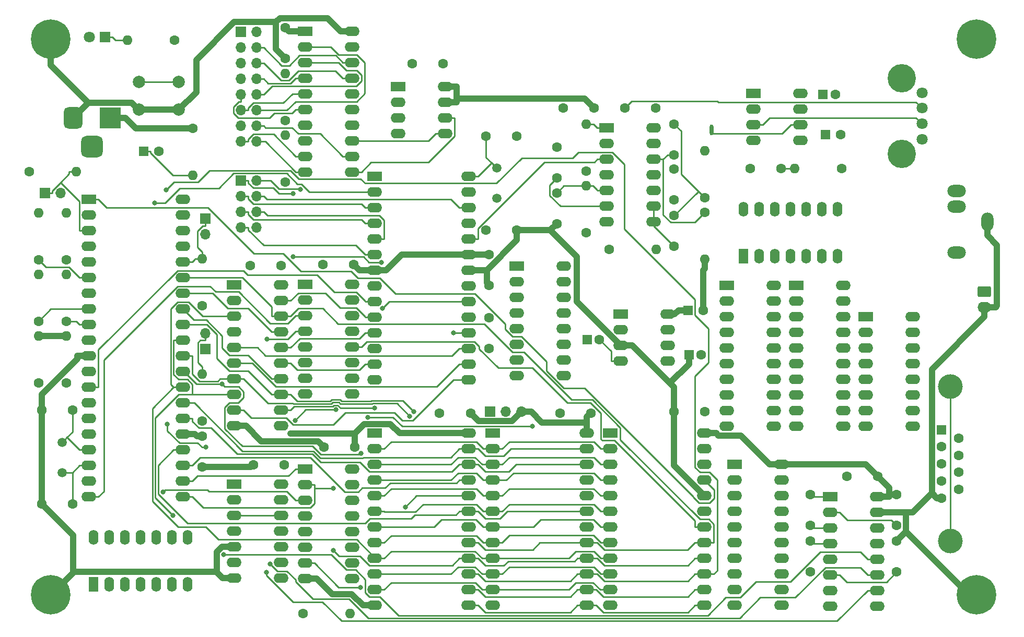
<source format=gtl>
G04 #@! TF.GenerationSoftware,KiCad,Pcbnew,(6.0.11)*
G04 #@! TF.CreationDate,2024-04-02T11:50:41-04:00*
G04 #@! TF.ProjectId,DAISY256,44414953-5932-4353-962e-6b696361645f,rev?*
G04 #@! TF.SameCoordinates,Original*
G04 #@! TF.FileFunction,Copper,L1,Top*
G04 #@! TF.FilePolarity,Positive*
%FSLAX46Y46*%
G04 Gerber Fmt 4.6, Leading zero omitted, Abs format (unit mm)*
G04 Created by KiCad (PCBNEW (6.0.11)) date 2024-04-02 11:50:41*
%MOMM*%
%LPD*%
G01*
G04 APERTURE LIST*
G04 Aperture macros list*
%AMRoundRect*
0 Rectangle with rounded corners*
0 $1 Rounding radius*
0 $2 $3 $4 $5 $6 $7 $8 $9 X,Y pos of 4 corners*
0 Add a 4 corners polygon primitive as box body*
4,1,4,$2,$3,$4,$5,$6,$7,$8,$9,$2,$3,0*
0 Add four circle primitives for the rounded corners*
1,1,$1+$1,$2,$3*
1,1,$1+$1,$4,$5*
1,1,$1+$1,$6,$7*
1,1,$1+$1,$8,$9*
0 Add four rect primitives between the rounded corners*
20,1,$1+$1,$2,$3,$4,$5,0*
20,1,$1+$1,$4,$5,$6,$7,0*
20,1,$1+$1,$6,$7,$8,$9,0*
20,1,$1+$1,$8,$9,$2,$3,0*%
G04 Aperture macros list end*
G04 #@! TA.AperFunction,ComponentPad*
%ADD10C,1.500000*%
G04 #@! TD*
G04 #@! TA.AperFunction,ComponentPad*
%ADD11R,2.400000X1.600000*%
G04 #@! TD*
G04 #@! TA.AperFunction,ComponentPad*
%ADD12O,2.400000X1.600000*%
G04 #@! TD*
G04 #@! TA.AperFunction,ComponentPad*
%ADD13C,1.600000*%
G04 #@! TD*
G04 #@! TA.AperFunction,ComponentPad*
%ADD14O,1.600000X1.600000*%
G04 #@! TD*
G04 #@! TA.AperFunction,ComponentPad*
%ADD15C,1.800000*%
G04 #@! TD*
G04 #@! TA.AperFunction,ComponentPad*
%ADD16C,4.600000*%
G04 #@! TD*
G04 #@! TA.AperFunction,ComponentPad*
%ADD17O,3.000000X2.000000*%
G04 #@! TD*
G04 #@! TA.AperFunction,ComponentPad*
%ADD18O,2.000000X3.000000*%
G04 #@! TD*
G04 #@! TA.AperFunction,ComponentPad*
%ADD19O,2.999999X2.000000*%
G04 #@! TD*
G04 #@! TA.AperFunction,ComponentPad*
%ADD20R,3.500000X3.500000*%
G04 #@! TD*
G04 #@! TA.AperFunction,ComponentPad*
%ADD21RoundRect,0.750000X-0.750000X-1.000000X0.750000X-1.000000X0.750000X1.000000X-0.750000X1.000000X0*%
G04 #@! TD*
G04 #@! TA.AperFunction,ComponentPad*
%ADD22RoundRect,0.875000X-0.875000X-0.875000X0.875000X-0.875000X0.875000X0.875000X-0.875000X0.875000X0*%
G04 #@! TD*
G04 #@! TA.AperFunction,ComponentPad*
%ADD23R,1.600000X1.600000*%
G04 #@! TD*
G04 #@! TA.AperFunction,ComponentPad*
%ADD24C,4.000000*%
G04 #@! TD*
G04 #@! TA.AperFunction,ComponentPad*
%ADD25C,2.000000*%
G04 #@! TD*
G04 #@! TA.AperFunction,ComponentPad*
%ADD26R,1.700000X1.700000*%
G04 #@! TD*
G04 #@! TA.AperFunction,ComponentPad*
%ADD27O,1.700000X1.700000*%
G04 #@! TD*
G04 #@! TA.AperFunction,ComponentPad*
%ADD28R,1.800000X1.800000*%
G04 #@! TD*
G04 #@! TA.AperFunction,ComponentPad*
%ADD29RoundRect,0.250000X-0.845000X0.620000X-0.845000X-0.620000X0.845000X-0.620000X0.845000X0.620000X0*%
G04 #@! TD*
G04 #@! TA.AperFunction,ComponentPad*
%ADD30O,2.190000X1.740000*%
G04 #@! TD*
G04 #@! TA.AperFunction,ComponentPad*
%ADD31R,1.600000X2.400000*%
G04 #@! TD*
G04 #@! TA.AperFunction,ComponentPad*
%ADD32O,1.600000X2.400000*%
G04 #@! TD*
G04 #@! TA.AperFunction,ComponentPad*
%ADD33C,6.400000*%
G04 #@! TD*
G04 #@! TA.AperFunction,ComponentPad*
%ADD34C,0.600000*%
G04 #@! TD*
G04 #@! TA.AperFunction,ViaPad*
%ADD35C,0.800000*%
G04 #@! TD*
G04 #@! TA.AperFunction,Conductor*
%ADD36C,1.000000*%
G04 #@! TD*
G04 #@! TA.AperFunction,Conductor*
%ADD37C,0.250000*%
G04 #@! TD*
G04 APERTURE END LIST*
G36*
X158550000Y-78850000D02*
G01*
X157950000Y-78850000D01*
X157950000Y-77650000D01*
X158550000Y-77650000D01*
X158550000Y-78850000D01*
G37*
D10*
X123444000Y-89361000D03*
X123444000Y-84481000D03*
X53000000Y-128970000D03*
X53000000Y-133850000D03*
D11*
X141856000Y-127495000D03*
D12*
X141856000Y-130035000D03*
X141856000Y-132575000D03*
X141856000Y-135115000D03*
X141856000Y-137655000D03*
X141856000Y-140195000D03*
X141856000Y-142735000D03*
X141856000Y-145275000D03*
X141856000Y-147815000D03*
X141856000Y-150355000D03*
X141856000Y-152895000D03*
X141856000Y-155435000D03*
X157096000Y-155435000D03*
X157096000Y-152895000D03*
X157096000Y-150355000D03*
X157096000Y-147815000D03*
X157096000Y-145275000D03*
X157096000Y-142735000D03*
X157096000Y-140195000D03*
X157096000Y-137655000D03*
X157096000Y-135115000D03*
X157096000Y-132575000D03*
X157096000Y-130035000D03*
X157096000Y-127495000D03*
D11*
X165012000Y-72350000D03*
D12*
X165012000Y-74890000D03*
X165012000Y-77430000D03*
X165012000Y-79970000D03*
X172632000Y-79970000D03*
X172632000Y-77430000D03*
X172632000Y-74890000D03*
X172632000Y-72350000D03*
D11*
X92355000Y-103350000D03*
D12*
X92355000Y-105890000D03*
X92355000Y-108430000D03*
X92355000Y-110970000D03*
X92355000Y-113510000D03*
X92355000Y-116050000D03*
X92355000Y-118590000D03*
X92355000Y-121130000D03*
X99975000Y-121130000D03*
X99975000Y-118590000D03*
X99975000Y-116050000D03*
X99975000Y-113510000D03*
X99975000Y-110970000D03*
X99975000Y-108430000D03*
X99975000Y-105890000D03*
X99975000Y-103350000D03*
D11*
X80880000Y-103420000D03*
D12*
X80880000Y-105960000D03*
X80880000Y-108500000D03*
X80880000Y-111040000D03*
X80880000Y-113580000D03*
X80880000Y-116120000D03*
X80880000Y-118660000D03*
X80880000Y-121200000D03*
X80880000Y-123740000D03*
X80880000Y-126280000D03*
X88500000Y-126280000D03*
X88500000Y-123740000D03*
X88500000Y-121200000D03*
X88500000Y-118660000D03*
X88500000Y-116120000D03*
X88500000Y-113580000D03*
X88500000Y-111040000D03*
X88500000Y-108500000D03*
X88500000Y-105960000D03*
X88500000Y-103420000D03*
D13*
X95430000Y-129750000D03*
X100430000Y-129750000D03*
X122205000Y-103470000D03*
X122205000Y-98470000D03*
D11*
X80905000Y-135750000D03*
D12*
X80905000Y-138290000D03*
X80905000Y-140830000D03*
X80905000Y-143370000D03*
X80905000Y-145910000D03*
X80905000Y-148450000D03*
X80905000Y-150990000D03*
X88525000Y-150990000D03*
X88525000Y-148450000D03*
X88525000Y-145910000D03*
X88525000Y-143370000D03*
X88525000Y-140830000D03*
X88525000Y-138290000D03*
X88525000Y-135750000D03*
D13*
X133680000Y-124220000D03*
X138680000Y-124220000D03*
X84000000Y-132580000D03*
X89000000Y-132580000D03*
X126705000Y-94545000D03*
X121705000Y-94545000D03*
X126705000Y-79250000D03*
X121705000Y-79250000D03*
D11*
X141258000Y-77960000D03*
D12*
X141258000Y-80500000D03*
X141258000Y-83040000D03*
X141258000Y-85580000D03*
X141258000Y-88120000D03*
X141258000Y-90660000D03*
X141258000Y-93200000D03*
X148878000Y-93200000D03*
X148878000Y-90660000D03*
X148878000Y-88120000D03*
X148878000Y-85580000D03*
X148878000Y-83040000D03*
X148878000Y-80500000D03*
X148878000Y-77960000D03*
D13*
X152180000Y-92160000D03*
X152180000Y-97160000D03*
X169500000Y-84500000D03*
X164500000Y-84500000D03*
X49680000Y-138970000D03*
X54680000Y-138970000D03*
X49680000Y-123750000D03*
X54680000Y-123750000D03*
X174250000Y-142470000D03*
X174250000Y-137470000D03*
X188250000Y-149970000D03*
X188250000Y-144970000D03*
X180180000Y-134500000D03*
X185180000Y-134500000D03*
X122180000Y-113720000D03*
X122180000Y-108720000D03*
X75680000Y-132970000D03*
X75680000Y-127970000D03*
X152180000Y-123970000D03*
X157180000Y-123970000D03*
X95250000Y-100080000D03*
X100250000Y-100080000D03*
X188250000Y-142470000D03*
X188250000Y-137470000D03*
X174250000Y-149970000D03*
X174250000Y-144970000D03*
D11*
X122806000Y-127495000D03*
D12*
X122806000Y-130035000D03*
X122806000Y-132575000D03*
X122806000Y-135115000D03*
X122806000Y-137655000D03*
X122806000Y-140195000D03*
X122806000Y-142735000D03*
X122806000Y-145275000D03*
X122806000Y-147815000D03*
X122806000Y-150355000D03*
X122806000Y-152895000D03*
X122806000Y-155435000D03*
X138046000Y-155435000D03*
X138046000Y-152895000D03*
X138046000Y-150355000D03*
X138046000Y-147815000D03*
X138046000Y-145275000D03*
X138046000Y-142735000D03*
X138046000Y-140195000D03*
X138046000Y-137655000D03*
X138046000Y-135115000D03*
X138046000Y-132575000D03*
X138046000Y-130035000D03*
X138046000Y-127495000D03*
D11*
X57361000Y-89550000D03*
D12*
X57361000Y-92090000D03*
X57361000Y-94630000D03*
X57361000Y-97170000D03*
X57361000Y-99710000D03*
X57361000Y-102250000D03*
X57361000Y-104790000D03*
X57361000Y-107330000D03*
X57361000Y-109870000D03*
X57361000Y-112410000D03*
X57361000Y-114950000D03*
X57361000Y-117490000D03*
X57361000Y-120030000D03*
X57361000Y-122570000D03*
X57361000Y-125110000D03*
X57361000Y-127650000D03*
X57361000Y-130190000D03*
X57361000Y-132730000D03*
X57361000Y-135270000D03*
X57361000Y-137810000D03*
X72601000Y-137810000D03*
X72601000Y-135270000D03*
X72601000Y-132730000D03*
X72601000Y-130190000D03*
X72601000Y-127650000D03*
X72601000Y-125110000D03*
X72601000Y-122570000D03*
X72601000Y-120030000D03*
X72601000Y-117490000D03*
X72601000Y-114950000D03*
X72601000Y-112410000D03*
X72601000Y-109870000D03*
X72601000Y-107330000D03*
X72601000Y-104790000D03*
X72601000Y-102250000D03*
X72601000Y-99710000D03*
X72601000Y-97170000D03*
X72601000Y-94630000D03*
X72601000Y-92090000D03*
X72601000Y-89550000D03*
D13*
X179310000Y-84500000D03*
D14*
X171690000Y-84500000D03*
D13*
X92060000Y-156750000D03*
D14*
X99680000Y-156750000D03*
D13*
X74180000Y-77993000D03*
D14*
X74180000Y-85613000D03*
D15*
X192350000Y-72250000D03*
D16*
X189050000Y-69850000D03*
X189050000Y-82150000D03*
D15*
X192350000Y-79750000D03*
X192350000Y-77250000D03*
X192350000Y-74750000D03*
D17*
X197930000Y-98186000D03*
D18*
X202930000Y-93186000D03*
D17*
X197930000Y-88186000D03*
D19*
X197930000Y-90686000D03*
D20*
X60815500Y-76292500D03*
D21*
X54815500Y-76292500D03*
D22*
X57815500Y-80992500D03*
D23*
X176702900Y-79000000D03*
D13*
X179202900Y-79000000D03*
X133180000Y-81082000D03*
X133180000Y-86082000D03*
X133180000Y-88470000D03*
X133180000Y-93470000D03*
X152180000Y-89620000D03*
X152180000Y-84620000D03*
X134180000Y-74720000D03*
X139180000Y-74720000D03*
X157180000Y-89310000D03*
D14*
X157180000Y-81690000D03*
D13*
X152180000Y-77304000D03*
X152180000Y-82304000D03*
X157180000Y-91660000D03*
D14*
X157180000Y-99280000D03*
D13*
X137939000Y-84970000D03*
D14*
X137939000Y-77350000D03*
D13*
X141629000Y-97660000D03*
D14*
X149249000Y-97660000D03*
D13*
X137939000Y-94970000D03*
D14*
X137939000Y-87350000D03*
D24*
X196919700Y-144960000D03*
X196919700Y-119960000D03*
D23*
X195499700Y-126920000D03*
D13*
X195499700Y-129690000D03*
X195499700Y-132460000D03*
X195499700Y-135230000D03*
X195499700Y-138000000D03*
X198339700Y-128305000D03*
X198339700Y-131075000D03*
X198339700Y-133845000D03*
X198339700Y-136615000D03*
D11*
X103632000Y-85805000D03*
D12*
X103632000Y-88345000D03*
X103632000Y-90885000D03*
X103632000Y-93425000D03*
X103632000Y-95965000D03*
X103632000Y-98505000D03*
X103632000Y-101045000D03*
X103632000Y-103585000D03*
X103632000Y-106125000D03*
X103632000Y-108665000D03*
X103632000Y-111205000D03*
X103632000Y-113745000D03*
X103632000Y-116285000D03*
X103632000Y-118825000D03*
X118872000Y-118825000D03*
X118872000Y-116285000D03*
X118872000Y-113745000D03*
X118872000Y-111205000D03*
X118872000Y-108665000D03*
X118872000Y-106125000D03*
X118872000Y-103585000D03*
X118872000Y-101045000D03*
X118872000Y-98505000D03*
X118872000Y-95965000D03*
X118872000Y-93425000D03*
X118872000Y-90885000D03*
X118872000Y-88345000D03*
X118872000Y-85805000D03*
D11*
X177485000Y-137765000D03*
D12*
X177485000Y-140305000D03*
X177485000Y-142845000D03*
X177485000Y-145385000D03*
X177485000Y-147925000D03*
X177485000Y-150465000D03*
X177485000Y-153005000D03*
X177485000Y-155545000D03*
X185105000Y-155545000D03*
X185105000Y-153005000D03*
X185105000Y-150465000D03*
X185105000Y-147925000D03*
X185105000Y-145385000D03*
X185105000Y-142845000D03*
X185105000Y-140305000D03*
X185105000Y-137765000D03*
D13*
X149180000Y-74720000D03*
X144180000Y-74720000D03*
D23*
X66200500Y-81720000D03*
D13*
X68700500Y-81720000D03*
X75680000Y-125470000D03*
D14*
X75680000Y-117850000D03*
D25*
X71930000Y-74970000D03*
X65430000Y-74970000D03*
X65430000Y-70470000D03*
X71930000Y-70470000D03*
D26*
X76180000Y-113785000D03*
D27*
X76180000Y-111245000D03*
D28*
X59935000Y-63220000D03*
D15*
X57395000Y-63220000D03*
D13*
X71240000Y-63720000D03*
D14*
X63620000Y-63720000D03*
D26*
X122390000Y-123970000D03*
D27*
X124930000Y-123970000D03*
X127470000Y-123970000D03*
D23*
X176292100Y-72500000D03*
D13*
X178292100Y-72500000D03*
D29*
X202480000Y-104480000D03*
D30*
X202480000Y-107020000D03*
D23*
X138064200Y-112269300D03*
D13*
X140064200Y-112269300D03*
D11*
X143505100Y-108155100D03*
D12*
X143505100Y-110695100D03*
X143505100Y-113235100D03*
X143505100Y-115775100D03*
X151125100Y-115775100D03*
X151125100Y-113235100D03*
X151125100Y-110695100D03*
X151125100Y-108155100D03*
D23*
X154589800Y-114750000D03*
D13*
X156589800Y-114750000D03*
D23*
X154404000Y-107530000D03*
D13*
X156904000Y-107530000D03*
D31*
X58125000Y-152050000D03*
D32*
X60665000Y-152050000D03*
X63205000Y-152050000D03*
X65745000Y-152050000D03*
X68285000Y-152050000D03*
X70825000Y-152050000D03*
X73365000Y-152050000D03*
X73365000Y-144430000D03*
X70825000Y-144430000D03*
X68285000Y-144430000D03*
X65745000Y-144430000D03*
X63205000Y-144430000D03*
X60665000Y-144430000D03*
X58125000Y-144430000D03*
D26*
X76180000Y-92675000D03*
D27*
X76180000Y-95215000D03*
D33*
X51180000Y-153742200D03*
D26*
X81975000Y-62375000D03*
D27*
X84515000Y-62375000D03*
X81975000Y-64915000D03*
X84515000Y-64915000D03*
X81975000Y-67455000D03*
X84515000Y-67455000D03*
X81975000Y-69995000D03*
X84515000Y-69995000D03*
X81975000Y-72535000D03*
X84515000Y-72535000D03*
X81975000Y-75075000D03*
X84515000Y-75075000D03*
X81975000Y-77615000D03*
X84515000Y-77615000D03*
X81975000Y-80155000D03*
X84515000Y-80155000D03*
D31*
X163420000Y-98750000D03*
D32*
X165960000Y-98750000D03*
X168500000Y-98750000D03*
X171040000Y-98750000D03*
X173580000Y-98750000D03*
X176120000Y-98750000D03*
X178660000Y-98750000D03*
X178660000Y-91130000D03*
X176120000Y-91130000D03*
X173580000Y-91130000D03*
X171040000Y-91130000D03*
X168500000Y-91130000D03*
X165960000Y-91130000D03*
X163420000Y-91130000D03*
D13*
X109750000Y-67470000D03*
X114750000Y-67470000D03*
X89180000Y-76705000D03*
D14*
X89180000Y-69085000D03*
D26*
X82000000Y-86500000D03*
D27*
X84540000Y-86500000D03*
X82000000Y-89040000D03*
X84540000Y-89040000D03*
X82000000Y-91580000D03*
X84540000Y-91580000D03*
X82000000Y-94120000D03*
X84540000Y-94120000D03*
D11*
X126700000Y-100350000D03*
D12*
X126700000Y-102890000D03*
X126700000Y-105430000D03*
X126700000Y-107970000D03*
X126700000Y-110510000D03*
X126700000Y-113050000D03*
X126700000Y-115590000D03*
X126700000Y-118130000D03*
X134320000Y-118130000D03*
X134320000Y-115590000D03*
X134320000Y-113050000D03*
X134320000Y-110510000D03*
X134320000Y-107970000D03*
X134320000Y-105430000D03*
X134320000Y-102890000D03*
X134320000Y-100350000D03*
D11*
X161950000Y-132575000D03*
D12*
X161950000Y-135115000D03*
X161950000Y-137655000D03*
X161950000Y-140195000D03*
X161950000Y-142735000D03*
X161950000Y-145275000D03*
X161950000Y-147815000D03*
X161950000Y-150355000D03*
X161950000Y-152895000D03*
X161950000Y-155435000D03*
X169570000Y-155435000D03*
X169570000Y-152895000D03*
X169570000Y-150355000D03*
X169570000Y-147815000D03*
X169570000Y-145275000D03*
X169570000Y-142735000D03*
X169570000Y-140195000D03*
X169570000Y-137655000D03*
X169570000Y-135115000D03*
X169570000Y-132575000D03*
D11*
X92355000Y-133301000D03*
D12*
X92355000Y-135841000D03*
X92355000Y-138381000D03*
X92355000Y-140921000D03*
X92355000Y-143461000D03*
X92355000Y-146001000D03*
X92355000Y-148541000D03*
X92355000Y-151081000D03*
X99975000Y-151081000D03*
X99975000Y-148541000D03*
X99975000Y-146001000D03*
X99975000Y-143461000D03*
X99975000Y-140921000D03*
X99975000Y-138381000D03*
X99975000Y-135841000D03*
X99975000Y-133301000D03*
D13*
X53680000Y-99310000D03*
D14*
X53680000Y-91690000D03*
D11*
X183200000Y-108600000D03*
D12*
X183200000Y-111140000D03*
X183200000Y-113680000D03*
X183200000Y-116220000D03*
X183200000Y-118760000D03*
X183200000Y-121300000D03*
X183200000Y-123840000D03*
X183200000Y-126380000D03*
X190820000Y-126380000D03*
X190820000Y-123840000D03*
X190820000Y-121300000D03*
X190820000Y-118760000D03*
X190820000Y-116220000D03*
X190820000Y-113680000D03*
X190820000Y-111140000D03*
X190820000Y-108600000D03*
D13*
X53680000Y-109310000D03*
D14*
X53680000Y-101690000D03*
D13*
X49180000Y-99310000D03*
D14*
X49180000Y-91690000D03*
D26*
X50225000Y-88500000D03*
D27*
X52765000Y-88500000D03*
D13*
X49180000Y-109310000D03*
D14*
X49180000Y-101690000D03*
D33*
X201180000Y-63496000D03*
D13*
X47690000Y-85000000D03*
D14*
X55310000Y-85000000D03*
D13*
X114180000Y-124250000D03*
X119180000Y-124250000D03*
X83500000Y-100250000D03*
X88500000Y-100250000D03*
X53680000Y-119310000D03*
D14*
X53680000Y-111690000D03*
D11*
X107450000Y-71200000D03*
D12*
X107450000Y-73740000D03*
X107450000Y-76280000D03*
X107450000Y-78820000D03*
X115070000Y-78820000D03*
X115070000Y-76280000D03*
X115070000Y-73740000D03*
X115070000Y-71200000D03*
D13*
X49180000Y-119310000D03*
D14*
X49180000Y-111690000D03*
D34*
X158250000Y-78850000D03*
X158250000Y-77650000D03*
D33*
X201180000Y-153742200D03*
D13*
X75680000Y-106780000D03*
D14*
X75680000Y-99160000D03*
D11*
X103680000Y-127495000D03*
D12*
X103680000Y-130035000D03*
X103680000Y-132575000D03*
X103680000Y-135115000D03*
X103680000Y-137655000D03*
X103680000Y-140195000D03*
X103680000Y-142735000D03*
X103680000Y-145275000D03*
X103680000Y-147815000D03*
X103680000Y-150355000D03*
X103680000Y-152895000D03*
X103680000Y-155435000D03*
X118920000Y-155435000D03*
X118920000Y-152895000D03*
X118920000Y-150355000D03*
X118920000Y-147815000D03*
X118920000Y-145275000D03*
X118920000Y-142735000D03*
X118920000Y-140195000D03*
X118920000Y-137655000D03*
X118920000Y-135115000D03*
X118920000Y-132575000D03*
X118920000Y-130035000D03*
X118920000Y-127495000D03*
D13*
X89180000Y-66645000D03*
X89180000Y-61645000D03*
D11*
X92380000Y-62220000D03*
D12*
X92380000Y-64760000D03*
X92380000Y-67300000D03*
X92380000Y-69840000D03*
X92380000Y-72380000D03*
X92380000Y-74920000D03*
X92380000Y-77460000D03*
X92380000Y-80000000D03*
X92380000Y-82540000D03*
X92380000Y-85080000D03*
X100000000Y-85080000D03*
X100000000Y-82540000D03*
X100000000Y-80000000D03*
X100000000Y-77460000D03*
X100000000Y-74920000D03*
X100000000Y-72380000D03*
X100000000Y-69840000D03*
X100000000Y-67300000D03*
X100000000Y-64760000D03*
X100000000Y-62220000D03*
D33*
X51180000Y-63496000D03*
D11*
X160700000Y-103500000D03*
D12*
X160700000Y-106040000D03*
X160700000Y-108580000D03*
X160700000Y-111120000D03*
X160700000Y-113660000D03*
X160700000Y-116200000D03*
X160700000Y-118740000D03*
X160700000Y-121280000D03*
X160700000Y-123820000D03*
X160700000Y-126360000D03*
X168320000Y-126360000D03*
X168320000Y-123820000D03*
X168320000Y-121280000D03*
X168320000Y-118740000D03*
X168320000Y-116200000D03*
X168320000Y-113660000D03*
X168320000Y-111120000D03*
X168320000Y-108580000D03*
X168320000Y-106040000D03*
X168320000Y-103500000D03*
D13*
X89180000Y-86705000D03*
D14*
X89180000Y-79085000D03*
D11*
X171950000Y-103500000D03*
D12*
X171950000Y-106040000D03*
X171950000Y-108580000D03*
X171950000Y-111120000D03*
X171950000Y-113660000D03*
X171950000Y-116200000D03*
X171950000Y-118740000D03*
X171950000Y-121280000D03*
X171950000Y-123820000D03*
X171950000Y-126360000D03*
X179570000Y-126360000D03*
X179570000Y-123820000D03*
X179570000Y-121280000D03*
X179570000Y-118740000D03*
X179570000Y-116200000D03*
X179570000Y-113660000D03*
X179570000Y-111120000D03*
X179570000Y-108580000D03*
X179570000Y-106040000D03*
X179570000Y-103500000D03*
D35*
X89976600Y-127547300D03*
X103632000Y-123395500D03*
X90405200Y-98877900D03*
X116408100Y-111205000D03*
X104747500Y-99775000D03*
X78936900Y-119535600D03*
X101454100Y-130761100D03*
X109324400Y-124727100D03*
X70997100Y-140832200D03*
X110031900Y-124019800D03*
X69857400Y-88006600D03*
X96929600Y-146480700D03*
X69326000Y-137052600D03*
X96948400Y-136456200D03*
X86723600Y-148700500D03*
X79187200Y-147210700D03*
X68013100Y-90104200D03*
X104943100Y-107211200D03*
X90746100Y-125398700D03*
X97370600Y-123675800D03*
X70046400Y-125979500D03*
X76253600Y-129773100D03*
X86165300Y-112195200D03*
X102516400Y-124887400D03*
X129188200Y-126369600D03*
X90402700Y-88598000D03*
X108596300Y-139470700D03*
X101399300Y-152487000D03*
X91636000Y-87907200D03*
X86114800Y-150068800D03*
D36*
X122205000Y-103470000D02*
X121819300Y-103084300D01*
X64302100Y-73842100D02*
X57265900Y-73842100D01*
X87658500Y-65123500D02*
X89180000Y-66645000D01*
X204480001Y-96936301D02*
X204480001Y-106815299D01*
X74729600Y-66928100D02*
X74729600Y-72170400D01*
X143505100Y-113235100D02*
X145405400Y-113235100D01*
X202930000Y-95386300D02*
X204480001Y-96936301D01*
X78037400Y-149950400D02*
X78037400Y-146791700D01*
X151505200Y-119334900D02*
X145405400Y-113235100D01*
X88287500Y-60142900D02*
X87658500Y-60771900D01*
X154589800Y-114750000D02*
X154589800Y-116250300D01*
X185105000Y-140305000D02*
X187005300Y-140305000D01*
X54774800Y-149950400D02*
X78037400Y-149950400D01*
X190837700Y-140305000D02*
X189756300Y-140305000D01*
X189756300Y-140305000D02*
X187005300Y-140305000D01*
X54774800Y-150147400D02*
X51180000Y-153742200D01*
X80905000Y-150990000D02*
X79004700Y-150990000D01*
X55460700Y-115400800D02*
X49680000Y-121181500D01*
X103680000Y-155435000D02*
X101779700Y-155435000D01*
X82780300Y-126280000D02*
X85284300Y-128784000D01*
X154589800Y-116250300D02*
X151505200Y-119334900D01*
X57265900Y-73842100D02*
X54815500Y-76292500D01*
X157180000Y-99280000D02*
X157180000Y-100780300D01*
X193951100Y-117119200D02*
X193951100Y-137191600D01*
X85284300Y-128784000D02*
X94464000Y-128784000D01*
X49680000Y-138970000D02*
X49680000Y-123750000D01*
X136399800Y-98839800D02*
X132105000Y-94545000D01*
X92355000Y-151081000D02*
X94255300Y-151081000D01*
X189756300Y-143463700D02*
X188250000Y-144970000D01*
X152180000Y-132739000D02*
X152180000Y-123970000D01*
X193951100Y-137191600D02*
X194759500Y-138000000D01*
X126705000Y-94545000D02*
X132105000Y-94545000D01*
X87658500Y-60771900D02*
X87658500Y-65123500D01*
X121819300Y-103084300D02*
X121819300Y-101045000D01*
X204275300Y-107020000D02*
X202480000Y-107020000D01*
X136399800Y-106129800D02*
X136399800Y-98839800D01*
X54774800Y-144064800D02*
X54774800Y-149950400D01*
X78037400Y-150022700D02*
X78037400Y-149950400D01*
X202930000Y-93186000D02*
X202930000Y-95386300D01*
X201180000Y-153742200D02*
X200034800Y-153742200D01*
X49680000Y-138970000D02*
X54774800Y-144064800D01*
X202480000Y-107020000D02*
X202480000Y-108590300D01*
X75680000Y-132970000D02*
X83610000Y-132970000D01*
X121819300Y-101045000D02*
X126705000Y-96159300D01*
X204480001Y-106815299D02*
X204275300Y-107020000D01*
X194759500Y-138000000D02*
X195499700Y-138000000D01*
X96022600Y-60142900D02*
X88287500Y-60142900D01*
X55460700Y-114950000D02*
X55460700Y-115400800D01*
X193951100Y-137191600D02*
X190837700Y-140305000D01*
X152180000Y-123970000D02*
X152180000Y-120009700D01*
X65430000Y-74970000D02*
X64302100Y-73842100D01*
X99937700Y-153593000D02*
X96767300Y-153593000D01*
X94464000Y-128784000D02*
X95430000Y-129750000D01*
X143505100Y-113235100D02*
X136399800Y-106129800D01*
X100000000Y-62220000D02*
X98099700Y-62220000D01*
X57361000Y-114950000D02*
X55460700Y-114950000D01*
X156904000Y-107530000D02*
X156904000Y-101056300D01*
X80880000Y-126280000D02*
X82780300Y-126280000D01*
X78919100Y-145910000D02*
X80905000Y-145910000D01*
X87658500Y-60771900D02*
X80885800Y-60771900D01*
X98099700Y-62220000D02*
X96022600Y-60142900D01*
X189756300Y-140305000D02*
X189756300Y-143463700D01*
X79004700Y-150990000D02*
X78037400Y-150022700D01*
X126705000Y-96159300D02*
X126705000Y-94545000D01*
X51180000Y-67756200D02*
X51180000Y-63496000D01*
X157096000Y-137655000D02*
X152180000Y-132739000D01*
X152180000Y-120009700D02*
X151505200Y-119334900D01*
X80885800Y-60771900D02*
X74729600Y-66928100D01*
X101779700Y-155435000D02*
X99937700Y-153593000D01*
X83610000Y-132970000D02*
X84000000Y-132580000D01*
X118872000Y-101045000D02*
X121819300Y-101045000D01*
X78037400Y-146791700D02*
X78919100Y-145910000D01*
X202480000Y-108590300D02*
X193951100Y-117119200D01*
X96767300Y-153593000D02*
X94255300Y-151081000D01*
X200034800Y-153742200D02*
X189756300Y-143463700D01*
X74729600Y-72170400D02*
X71930000Y-74970000D01*
X49680000Y-121181500D02*
X49680000Y-123750000D01*
X132105000Y-94545000D02*
X133180000Y-93470000D01*
X54774800Y-149950400D02*
X54774800Y-150147400D01*
X65430000Y-74970000D02*
X71930000Y-74970000D01*
X156904000Y-101056300D02*
X157180000Y-100780300D01*
X57265900Y-73842100D02*
X51180000Y-67756200D01*
D37*
X177485000Y-145385000D02*
X174665000Y-145385000D01*
X174665000Y-145385000D02*
X174250000Y-144970000D01*
X145313500Y-73586500D02*
X159206000Y-73586500D01*
X159383700Y-73764200D02*
X191364200Y-73764200D01*
X191364200Y-73764200D02*
X192350000Y-74750000D01*
X159206000Y-73586500D02*
X159383700Y-73764200D01*
X144180000Y-74720000D02*
X145313500Y-73586500D01*
D36*
X103632000Y-101045000D02*
X105532300Y-101045000D01*
X116970300Y-73184400D02*
X116970300Y-73740000D01*
X151125100Y-108155100D02*
X152278600Y-108155100D01*
X64966300Y-77993000D02*
X74180000Y-77993000D01*
X106203200Y-125994600D02*
X101982700Y-125994600D01*
X63265800Y-76292500D02*
X64966300Y-77993000D01*
X187005300Y-137470000D02*
X188250000Y-137470000D01*
X101215000Y-101045000D02*
X103632000Y-101045000D01*
X187005300Y-136325300D02*
X187005300Y-137470000D01*
X158996300Y-127495000D02*
X159381700Y-127880400D01*
X157096000Y-127495000D02*
X158996300Y-127495000D01*
X129020300Y-123970000D02*
X130772200Y-125721900D01*
X130772200Y-125721900D02*
X138046000Y-125721900D01*
X154404000Y-107530000D02*
X152903700Y-107530000D01*
X138046000Y-124854000D02*
X138046000Y-125721900D01*
X74821300Y-127970000D02*
X74501300Y-127650000D01*
X89180000Y-61645000D02*
X89755000Y-62220000D01*
X137644400Y-73184400D02*
X139180000Y-74720000D01*
X152278600Y-108155100D02*
X152903700Y-107530000D01*
X101982700Y-125994600D02*
X100430000Y-127547300D01*
X185180000Y-134500000D02*
X187005300Y-136325300D01*
X116970300Y-73184400D02*
X137644400Y-73184400D01*
X60815500Y-76292500D02*
X63265800Y-76292500D01*
X116970300Y-71200000D02*
X116970300Y-73184400D01*
X127470000Y-123970000D02*
X129020300Y-123970000D01*
X187005300Y-137470000D02*
X187005300Y-137765000D01*
X72601000Y-127650000D02*
X74501300Y-127650000D01*
X159381700Y-127880400D02*
X162975100Y-127880400D01*
X108072300Y-98505000D02*
X105532300Y-101045000D01*
X100250000Y-100080000D02*
X101215000Y-101045000D01*
X120462300Y-125532300D02*
X125907700Y-125532300D01*
X138046000Y-125721900D02*
X138046000Y-127495000D01*
X185105000Y-137765000D02*
X187005300Y-137765000D01*
X118872000Y-98505000D02*
X122170000Y-98505000D01*
X100430000Y-127547300D02*
X89976600Y-127547300D01*
X183255000Y-132575000D02*
X185180000Y-134500000D01*
X138680000Y-124220000D02*
X138046000Y-124854000D01*
X89755000Y-62220000D02*
X92380000Y-62220000D01*
X49180000Y-111690000D02*
X53680000Y-111690000D01*
X169570000Y-132575000D02*
X183255000Y-132575000D01*
X162975100Y-127880400D02*
X167669700Y-132575000D01*
X115070000Y-71200000D02*
X116970300Y-71200000D01*
X100430000Y-127547300D02*
X100430000Y-129750000D01*
X119180000Y-124250000D02*
X120462300Y-125532300D01*
X122170000Y-98505000D02*
X122205000Y-98470000D01*
X169570000Y-132575000D02*
X167669700Y-132575000D01*
X75680000Y-127970000D02*
X74821300Y-127970000D01*
X118872000Y-98505000D02*
X108072300Y-98505000D01*
X118920000Y-127495000D02*
X107703600Y-127495000D01*
X107703600Y-127495000D02*
X106203200Y-125994600D01*
X125907700Y-125532300D02*
X127470000Y-123970000D01*
X115070000Y-73740000D02*
X116970300Y-73740000D01*
D37*
X88500000Y-105960000D02*
X90025300Y-105960000D01*
X98076200Y-107139700D02*
X95667100Y-104730600D01*
X91254700Y-104730600D02*
X90025300Y-105960000D01*
X103632000Y-108665000D02*
X102106700Y-108665000D01*
X102106700Y-108569500D02*
X100676900Y-107139700D01*
X100676900Y-107139700D02*
X98076200Y-107139700D01*
X95667100Y-104730600D02*
X91254700Y-104730600D01*
X102106700Y-108665000D02*
X102106700Y-108569500D01*
X101216300Y-112095400D02*
X91509900Y-112095400D01*
X88500000Y-113580000D02*
X90025300Y-113580000D01*
X105205300Y-130035000D02*
X106354600Y-128885700D01*
X125467600Y-128898700D02*
X139194400Y-128898700D01*
X120131400Y-128885700D02*
X121280700Y-130035000D01*
X103632000Y-111205000D02*
X102106700Y-111205000D01*
X122806000Y-130035000D02*
X121280700Y-130035000D01*
X103680000Y-130035000D02*
X105205300Y-130035000D01*
X91509900Y-112095400D02*
X90025300Y-113580000D01*
X139194400Y-128898700D02*
X140330700Y-130035000D01*
X122806000Y-130035000D02*
X124331300Y-130035000D01*
X141856000Y-130035000D02*
X140330700Y-130035000D01*
X124331300Y-130035000D02*
X125467600Y-128898700D01*
X106354600Y-128885700D02*
X120131400Y-128885700D01*
X102106700Y-111205000D02*
X101216300Y-112095400D01*
X103632000Y-116285000D02*
X102106700Y-116285000D01*
X103680000Y-132575000D02*
X115984700Y-132575000D01*
X139163200Y-131407500D02*
X140330700Y-132575000D01*
X101208900Y-117182800D02*
X91088100Y-117182800D01*
X121082200Y-132575000D02*
X122806000Y-132575000D01*
X119904700Y-131397500D02*
X121082200Y-132575000D01*
X122806000Y-132575000D02*
X124331300Y-132575000D01*
X91088100Y-117182800D02*
X90025300Y-116120000D01*
X141856000Y-132575000D02*
X140330700Y-132575000D01*
X102106700Y-116285000D02*
X101208900Y-117182800D01*
X117162200Y-131397500D02*
X119904700Y-131397500D01*
X115984700Y-132575000D02*
X117162200Y-131397500D01*
X124331300Y-132575000D02*
X125498800Y-131407500D01*
X125498800Y-131407500D02*
X139163200Y-131407500D01*
X88500000Y-116120000D02*
X90025300Y-116120000D01*
X98116100Y-123395500D02*
X97671100Y-122950500D01*
X96844700Y-123176000D02*
X90589300Y-123176000D01*
X115984700Y-135115000D02*
X117150300Y-133949400D01*
X120115100Y-133949400D02*
X121280700Y-135115000D01*
X122806000Y-135115000D02*
X121280700Y-135115000D01*
X103680000Y-135115000D02*
X115984700Y-135115000D01*
X124968100Y-135115000D02*
X122806000Y-135115000D01*
X141856000Y-135115000D02*
X140330700Y-135115000D01*
X117150300Y-133949400D02*
X120115100Y-133949400D01*
X140330700Y-135115000D02*
X139165200Y-133949500D01*
X126133600Y-133949500D02*
X124968100Y-135115000D01*
X97070200Y-122950500D02*
X96844700Y-123176000D01*
X139165200Y-133949500D02*
X126133600Y-133949500D01*
X103632000Y-123395500D02*
X98116100Y-123395500D01*
X90589300Y-123176000D02*
X90025300Y-123740000D01*
X97671100Y-122950500D02*
X97070200Y-122950500D01*
X88500000Y-123740000D02*
X90025300Y-123740000D01*
X139150200Y-136474500D02*
X125511800Y-136474500D01*
X120142800Y-136517100D02*
X121280700Y-137655000D01*
X103680000Y-137655000D02*
X105205300Y-137655000D01*
X140330700Y-137655000D02*
X139150200Y-136474500D01*
X83675300Y-125010000D02*
X82405300Y-123740000D01*
X96932200Y-126130100D02*
X90449100Y-126130100D01*
X116436800Y-118825000D02*
X109805500Y-125456300D01*
X109805500Y-125456300D02*
X108155200Y-125456300D01*
X106833300Y-124134400D02*
X98927900Y-124134400D01*
X122806000Y-137655000D02*
X121280700Y-137655000D01*
X89329000Y-125010000D02*
X83675300Y-125010000D01*
X108155200Y-125456300D02*
X106833300Y-124134400D01*
X105205300Y-137655000D02*
X106343200Y-136517100D01*
X122806000Y-137655000D02*
X124331300Y-137655000D01*
X141856000Y-137655000D02*
X140330700Y-137655000D01*
X80880000Y-123740000D02*
X82405300Y-123740000D01*
X106343200Y-136517100D02*
X120142800Y-136517100D01*
X125511800Y-136474500D02*
X124331300Y-137655000D01*
X90449100Y-126130100D02*
X89329000Y-125010000D01*
X98927900Y-124134400D02*
X96932200Y-126130100D01*
X118872000Y-118825000D02*
X116436800Y-118825000D01*
X110254900Y-140279400D02*
X111488600Y-139045700D01*
X122806000Y-140195000D02*
X121280700Y-140195000D01*
X83797600Y-116120000D02*
X80880000Y-116120000D01*
X117346700Y-116285000D02*
X113679300Y-119952400D01*
X105289700Y-140279400D02*
X110254900Y-140279400D01*
X118872000Y-116285000D02*
X117346700Y-116285000D01*
X141856000Y-140195000D02*
X140330700Y-140195000D01*
X103680000Y-140195000D02*
X105205300Y-140195000D01*
X87630000Y-119952400D02*
X83797600Y-116120000D01*
X125488500Y-139037800D02*
X124331300Y-140195000D01*
X105205300Y-140195000D02*
X105289700Y-140279400D01*
X140330700Y-140195000D02*
X139173500Y-139037800D01*
X111488600Y-139045700D02*
X120131400Y-139045700D01*
X122806000Y-140195000D02*
X124331300Y-140195000D01*
X120131400Y-139045700D02*
X121280700Y-140195000D01*
X139173500Y-139037800D02*
X125488500Y-139037800D01*
X113679300Y-119952400D02*
X87630000Y-119952400D01*
X114475500Y-141549300D02*
X120095000Y-141549300D01*
X118872000Y-113745000D02*
X117346700Y-113745000D01*
X116179700Y-114912000D02*
X85970700Y-114912000D01*
X139140200Y-141544500D02*
X140330700Y-142735000D01*
X85970700Y-114912000D02*
X84638700Y-113580000D01*
X120095000Y-141549300D02*
X121280700Y-142735000D01*
X122806000Y-142735000D02*
X121280700Y-142735000D01*
X129417000Y-142735000D02*
X130607500Y-141544500D01*
X84638700Y-113580000D02*
X80880000Y-113580000D01*
X103680000Y-142735000D02*
X113289800Y-142735000D01*
X141856000Y-142735000D02*
X140330700Y-142735000D01*
X113289800Y-142735000D02*
X114475500Y-141549300D01*
X122806000Y-142735000D02*
X129417000Y-142735000D01*
X130607500Y-141544500D02*
X139140200Y-141544500D01*
X117346700Y-113745000D02*
X116179700Y-114912000D01*
X122806000Y-145275000D02*
X121280700Y-145275000D01*
X125521700Y-144084600D02*
X139140300Y-144084600D01*
X104747500Y-99775000D02*
X102739800Y-99775000D01*
X139140300Y-144084600D02*
X140330700Y-145275000D01*
X118872000Y-111205000D02*
X116408100Y-111205000D01*
X106354500Y-144125800D02*
X120131500Y-144125800D01*
X122806000Y-145275000D02*
X124331300Y-145275000D01*
X101842700Y-98877900D02*
X90405200Y-98877900D01*
X120131500Y-144125800D02*
X121280700Y-145275000D01*
X103680000Y-145275000D02*
X105205300Y-145275000D01*
X141856000Y-145275000D02*
X140330700Y-145275000D01*
X105205300Y-145275000D02*
X106354500Y-144125800D01*
X102739800Y-99775000D02*
X101842700Y-98877900D01*
X124331300Y-145275000D02*
X125521700Y-144084600D01*
X140330700Y-147815000D02*
X141856000Y-147815000D01*
X103680000Y-147674600D02*
X103680000Y-147815000D01*
X136268200Y-146657500D02*
X139173200Y-146657500D01*
X67632600Y-123473100D02*
X67632600Y-138536200D01*
X78336900Y-144731000D02*
X100736400Y-144731000D01*
X135110700Y-147815000D02*
X136268200Y-146657500D01*
X71791600Y-142695200D02*
X76301100Y-142695200D01*
X76301100Y-142695200D02*
X78336900Y-144731000D01*
X71075700Y-120030000D02*
X67632600Y-123473100D01*
X70608400Y-119562700D02*
X70608400Y-107326200D01*
X75808400Y-108500000D02*
X80880000Y-108500000D01*
X71075700Y-120030000D02*
X70608400Y-119562700D01*
X70608400Y-107326200D02*
X71754900Y-106179700D01*
X121082200Y-147815000D02*
X122806000Y-147815000D01*
X103680000Y-147815000D02*
X105205300Y-147815000D01*
X139173200Y-146657500D02*
X140330700Y-147815000D01*
X72601000Y-120030000D02*
X71075700Y-120030000D01*
X105205300Y-147815000D02*
X106378400Y-146641900D01*
X67632600Y-138536200D02*
X71791600Y-142695200D01*
X106378400Y-146641900D02*
X119909100Y-146641900D01*
X119909100Y-146641900D02*
X121082200Y-147815000D01*
X122806000Y-147815000D02*
X135110700Y-147815000D01*
X73488100Y-106179700D02*
X75808400Y-108500000D01*
X100736400Y-144731000D02*
X103680000Y-147674600D01*
X71754900Y-106179700D02*
X73488100Y-106179700D01*
X117153100Y-149186600D02*
X119913800Y-149186600D01*
X115984700Y-150355000D02*
X117153100Y-149186600D01*
X80076200Y-122543900D02*
X81568500Y-122543900D01*
X82412800Y-120734400D02*
X81608400Y-119930000D01*
X81568500Y-122543900D02*
X82412800Y-121699600D01*
X124331300Y-150355000D02*
X125496800Y-149189500D01*
X139165200Y-149189500D02*
X140330700Y-150355000D01*
X94883700Y-130898500D02*
X93597900Y-129612700D01*
X82412800Y-121699600D02*
X82412800Y-120734400D01*
X79331300Y-119930000D02*
X78936900Y-119535600D01*
X105205300Y-150355000D02*
X115984700Y-150355000D01*
X79351000Y-123269100D02*
X80076200Y-122543900D01*
X122806000Y-150355000D02*
X124331300Y-150355000D01*
X125496800Y-149189500D02*
X139165200Y-149189500D01*
X101316700Y-130898500D02*
X94883700Y-130898500D01*
X81608400Y-119930000D02*
X79331300Y-119930000D01*
X121082200Y-150355000D02*
X122806000Y-150355000D01*
X93597900Y-129612700D02*
X82197800Y-129612700D01*
X101454100Y-130761100D02*
X101316700Y-130898500D01*
X119913800Y-149186600D02*
X121082200Y-150355000D01*
X72601000Y-117490000D02*
X72706800Y-117490000D01*
X82197800Y-129612700D02*
X79351000Y-126765900D01*
X74752400Y-119535600D02*
X78936900Y-119535600D01*
X72706800Y-117490000D02*
X74752400Y-119535600D01*
X79351000Y-126765900D02*
X79351000Y-123269100D01*
X103680000Y-150355000D02*
X105205300Y-150355000D01*
X140330700Y-150355000D02*
X141856000Y-150355000D01*
X107267500Y-122670200D02*
X109324400Y-124727100D01*
X119956500Y-151769300D02*
X121082200Y-152895000D01*
X90478600Y-122725700D02*
X96658100Y-122725700D01*
X135110700Y-152895000D02*
X136278200Y-151727500D01*
X79354700Y-118660000D02*
X78621800Y-118660000D01*
X78249200Y-119032600D02*
X75264800Y-119032600D01*
X72601000Y-114950000D02*
X74126300Y-114950000D01*
X106331000Y-151769300D02*
X119956500Y-151769300D01*
X121082200Y-152895000D02*
X122806000Y-152895000D01*
X96883600Y-122500200D02*
X97857700Y-122500200D01*
X98083200Y-122725700D02*
X103276100Y-122725700D01*
X90367500Y-122614600D02*
X90478600Y-122725700D01*
X75264800Y-119032600D02*
X74126300Y-117894100D01*
X74126300Y-117894100D02*
X74126300Y-114950000D01*
X78621800Y-118660000D02*
X78249200Y-119032600D01*
X140208200Y-152895000D02*
X141856000Y-152895000D01*
X105205300Y-152895000D02*
X106331000Y-151769300D01*
X103276100Y-122725700D02*
X103331600Y-122670200D01*
X122806000Y-152895000D02*
X135110700Y-152895000D01*
X82405300Y-118660000D02*
X86359900Y-122614600D01*
X97857700Y-122500200D02*
X98083200Y-122725700D01*
X96658100Y-122725700D02*
X96883600Y-122500200D01*
X103680000Y-152895000D02*
X105205300Y-152895000D01*
X80880000Y-118660000D02*
X79354700Y-118660000D01*
X103331600Y-122670200D02*
X107267500Y-122670200D01*
X139040700Y-151727500D02*
X140208200Y-152895000D01*
X80880000Y-118660000D02*
X82405300Y-118660000D01*
X86359900Y-122614600D02*
X90367500Y-122614600D01*
X136278200Y-151727500D02*
X139040700Y-151727500D01*
X71897600Y-121200000D02*
X68117000Y-124980600D01*
X73336500Y-118760000D02*
X74130200Y-119553700D01*
X68117000Y-124980600D02*
X68117000Y-137952100D01*
X68117000Y-137952100D02*
X70997100Y-140832200D01*
X118920000Y-155435000D02*
X120445300Y-155435000D01*
X154401700Y-156604000D02*
X155570700Y-155435000D01*
X71075700Y-117970800D02*
X71864900Y-118760000D01*
X71075700Y-112410000D02*
X71075700Y-117970800D01*
X157096000Y-155435000D02*
X155570700Y-155435000D01*
X139571300Y-155435000D02*
X140740300Y-156604000D01*
X72601000Y-112410000D02*
X71075700Y-112410000D01*
X138046000Y-155435000D02*
X139571300Y-155435000D01*
X140740300Y-156604000D02*
X154401700Y-156604000D01*
X80880000Y-121200000D02*
X74130200Y-121200000D01*
X138046000Y-155435000D02*
X136520700Y-155435000D01*
X74130200Y-119553700D02*
X74130200Y-121200000D01*
X135351700Y-156604000D02*
X121614300Y-156604000D01*
X121614300Y-156604000D02*
X120445300Y-155435000D01*
X136520700Y-155435000D02*
X135351700Y-156604000D01*
X74130200Y-121200000D02*
X71897600Y-121200000D01*
X71864900Y-118760000D02*
X73336500Y-118760000D01*
X86974700Y-121200000D02*
X83164700Y-117390000D01*
X90025300Y-121200000D02*
X91100600Y-122275300D01*
X138046000Y-152895000D02*
X139571300Y-152895000D01*
X157096000Y-152895000D02*
X155570700Y-152895000D01*
X137283400Y-152895000D02*
X138046000Y-152895000D01*
X121570700Y-154020400D02*
X120445300Y-152895000D01*
X139571300Y-152895000D02*
X140720600Y-154044300D01*
X103089600Y-122275300D02*
X103145000Y-122219900D01*
X88500000Y-121200000D02*
X86974700Y-121200000D01*
X96697000Y-122049900D02*
X98044300Y-122049900D01*
X140720600Y-154044300D02*
X154421400Y-154044300D01*
X80125900Y-117390000D02*
X78086800Y-115350900D01*
X154421400Y-154044300D02*
X155570700Y-152895000D01*
X98269700Y-122275300D02*
X103089600Y-122275300D01*
X135395300Y-154020400D02*
X121570700Y-154020400D01*
X137283400Y-152895000D02*
X136520700Y-152895000D01*
X96471600Y-122275300D02*
X96697000Y-122049900D01*
X78086800Y-115350900D02*
X78086800Y-111449700D01*
X118920000Y-152895000D02*
X120445300Y-152895000D01*
X91100600Y-122275300D02*
X96471600Y-122275300D01*
X83164700Y-117390000D02*
X80125900Y-117390000D01*
X78086800Y-111449700D02*
X76507100Y-109870000D01*
X98044300Y-122049900D02*
X98269700Y-122275300D01*
X76507100Y-109870000D02*
X72601000Y-109870000D01*
X88500000Y-121200000D02*
X90025300Y-121200000D01*
X103145000Y-122219900D02*
X108232000Y-122219900D01*
X136520700Y-152895000D02*
X135395300Y-154020400D01*
X108232000Y-122219900D02*
X110031900Y-124019800D01*
X142182800Y-81914600D02*
X136672200Y-81914600D01*
X74388700Y-109117700D02*
X76391700Y-109117700D01*
X157765400Y-116011600D02*
X157765400Y-110516700D01*
X127509300Y-82814900D02*
X123393800Y-86930400D01*
X83164700Y-114850000D02*
X86974700Y-118660000D01*
X159154000Y-149822300D02*
X159154000Y-135111400D01*
X76391700Y-109117700D02*
X78949900Y-111675900D01*
X157096000Y-150355000D02*
X158621300Y-150355000D01*
X74990000Y-86738400D02*
X71125600Y-86738400D01*
X157887600Y-133845000D02*
X156356300Y-133845000D01*
X144130700Y-94341900D02*
X144130700Y-83862500D01*
X155570700Y-150355000D02*
X154401400Y-151524300D01*
X118920000Y-150355000D02*
X120445300Y-150355000D01*
X135383400Y-151492300D02*
X136520700Y-150355000D01*
X139693800Y-150355000D02*
X138046000Y-150355000D01*
X155548300Y-133037000D02*
X155548300Y-118228700D01*
X90012000Y-84874200D02*
X76854200Y-84874200D01*
X78949900Y-111675900D02*
X78949900Y-113664000D01*
X155548300Y-118228700D02*
X157765400Y-116011600D01*
X158621300Y-150355000D02*
X159154000Y-149822300D01*
X121582600Y-151492300D02*
X135383400Y-151492300D01*
X144130700Y-83862500D02*
X142182800Y-81914600D01*
X140863100Y-151524300D02*
X139693800Y-150355000D01*
X76854200Y-84874200D02*
X74990000Y-86738400D01*
X138046000Y-150355000D02*
X136520700Y-150355000D01*
X159154000Y-135111400D02*
X157887600Y-133845000D01*
X71125600Y-86738400D02*
X69857400Y-88006600D01*
X78949900Y-113664000D02*
X80135900Y-114850000D01*
X101381500Y-86205300D02*
X91343100Y-86205300D01*
X102106600Y-86930400D02*
X101381500Y-86205300D01*
X155529400Y-108280700D02*
X155529400Y-105740600D01*
X154401400Y-151524300D02*
X140863100Y-151524300D01*
X72601000Y-107330000D02*
X74388700Y-109117700D01*
X135771900Y-82814900D02*
X127509300Y-82814900D01*
X155529400Y-105740600D02*
X144130700Y-94341900D01*
X88500000Y-118660000D02*
X86974700Y-118660000D01*
X157765400Y-110516700D02*
X155529400Y-108280700D01*
X120445300Y-150355000D02*
X121582600Y-151492300D01*
X91343100Y-86205300D02*
X90012000Y-84874200D01*
X80135900Y-114850000D02*
X83164700Y-114850000D01*
X156662500Y-150355000D02*
X157096000Y-150355000D01*
X156356300Y-133845000D02*
X155548300Y-133037000D01*
X156662500Y-150355000D02*
X155570700Y-150355000D01*
X123393800Y-86930400D02*
X102106600Y-86930400D01*
X136672200Y-81914600D02*
X135771900Y-82814900D01*
X155570700Y-147815000D02*
X154401400Y-148984300D01*
X96929600Y-146480700D02*
X97864500Y-147415600D01*
X154401400Y-148984300D02*
X140863100Y-148984300D01*
X116256600Y-148953100D02*
X117394700Y-147815000D01*
X121612700Y-148982400D02*
X120445300Y-147815000D01*
X97864500Y-147415600D02*
X101249300Y-147415600D01*
X118920000Y-147815000D02*
X117394700Y-147815000D01*
X124573900Y-148982400D02*
X121612700Y-148982400D01*
X138046000Y-147815000D02*
X136520700Y-147815000D01*
X102786800Y-148953100D02*
X116256600Y-148953100D01*
X101249300Y-147415600D02*
X102786800Y-148953100D01*
X77431200Y-104790000D02*
X79871200Y-107230000D01*
X140863100Y-148984300D02*
X139693800Y-147815000D01*
X136520700Y-147815000D02*
X136070300Y-148265400D01*
X136070300Y-148265400D02*
X125290900Y-148265400D01*
X118920000Y-147815000D02*
X120445300Y-147815000D01*
X83164700Y-107230000D02*
X86974700Y-111040000D01*
X157096000Y-147815000D02*
X155570700Y-147815000D01*
X79871200Y-107230000D02*
X83164700Y-107230000D01*
X88500000Y-111040000D02*
X86974700Y-111040000D01*
X139693800Y-147815000D02*
X138046000Y-147815000D01*
X125290900Y-148265400D02*
X124573900Y-148982400D01*
X72601000Y-104790000D02*
X77431200Y-104790000D01*
X158621300Y-142248800D02*
X158621300Y-145275000D01*
X127841400Y-114320000D02*
X135574600Y-122053200D01*
X138918200Y-122053200D02*
X143433600Y-126568600D01*
X129265000Y-146433100D02*
X130423100Y-145275000D01*
X156364100Y-141465000D02*
X157837500Y-141465000D01*
X155570700Y-145275000D02*
X154397400Y-146448300D01*
X157096000Y-145275000D02*
X158621300Y-145275000D01*
X86974700Y-108500000D02*
X86974700Y-106974700D01*
X130423100Y-145275000D02*
X138046000Y-145275000D01*
X143433600Y-128534500D02*
X156364100Y-141465000D01*
X121603400Y-146433100D02*
X129265000Y-146433100D01*
X157096000Y-145275000D02*
X155570700Y-145275000D01*
X120445300Y-145275000D02*
X121603400Y-146433100D01*
X97754000Y-109790500D02*
X121449000Y-109790500D01*
X154397400Y-146448300D02*
X140867100Y-146448300D01*
X88500000Y-108500000D02*
X86974700Y-108500000D01*
X139693800Y-145275000D02*
X138046000Y-145275000D01*
X91263000Y-107262300D02*
X95225800Y-107262300D01*
X125978500Y-114320000D02*
X127841400Y-114320000D01*
X72601000Y-102250000D02*
X74126300Y-102250000D01*
X121449000Y-109790500D02*
X125978500Y-114320000D01*
X95225800Y-107262300D02*
X97754000Y-109790500D01*
X118920000Y-145275000D02*
X120445300Y-145275000D01*
X135574600Y-122053200D02*
X138918200Y-122053200D01*
X82250000Y-102250000D02*
X74126300Y-102250000D01*
X86974700Y-106974700D02*
X82250000Y-102250000D01*
X143433600Y-126568600D02*
X143433600Y-128534500D01*
X140867100Y-146448300D02*
X139693800Y-145275000D01*
X90025300Y-108500000D02*
X91263000Y-107262300D01*
X157837500Y-141465000D02*
X158621300Y-142248800D01*
X88500000Y-108500000D02*
X90025300Y-108500000D01*
X123976500Y-141351800D02*
X121602100Y-141351800D01*
X68567400Y-132698300D02*
X71075700Y-130190000D01*
X110122800Y-140729800D02*
X109532200Y-141320400D01*
X102101000Y-142100000D02*
X73347600Y-142100000D01*
X117394700Y-140195000D02*
X116859900Y-140729800D01*
X73347600Y-142100000D02*
X68567400Y-137319800D01*
X116859900Y-140729800D02*
X110122800Y-140729800D01*
X102880600Y-141320400D02*
X102101000Y-142100000D01*
X121602100Y-141351800D02*
X120445300Y-140195000D01*
X120445300Y-140195000D02*
X118920000Y-140195000D01*
X125133300Y-140195000D02*
X123976500Y-141351800D01*
X109532200Y-141320400D02*
X102880600Y-141320400D01*
X72601000Y-130190000D02*
X71075700Y-130190000D01*
X68567400Y-137319800D02*
X68567400Y-132698300D01*
X118920000Y-140195000D02*
X117394700Y-140195000D01*
X138046000Y-140195000D02*
X125133300Y-140195000D01*
X104460300Y-102315000D02*
X107000300Y-104855000D01*
X57361000Y-89550000D02*
X58886300Y-89550000D01*
X131518500Y-117360200D02*
X134299900Y-120141600D01*
X155276900Y-137757100D02*
X155276900Y-137830200D01*
X127426900Y-111780000D02*
X131518500Y-115871600D01*
X60198200Y-90861900D02*
X76610600Y-90861900D01*
X125954800Y-111780000D02*
X127426900Y-111780000D01*
X100931600Y-102315000D02*
X104460300Y-102315000D01*
X124801600Y-109729700D02*
X124801600Y-110626800D01*
X156257400Y-138810700D02*
X157934700Y-138810700D01*
X119926900Y-104855000D02*
X124801600Y-109729700D01*
X158667600Y-138077800D02*
X158667600Y-136686600D01*
X134299900Y-120141600D02*
X137661400Y-120141600D01*
X58886300Y-89550000D02*
X60198200Y-90861900D01*
X107000300Y-104855000D02*
X119926900Y-104855000D01*
X99822000Y-101205400D02*
X100931600Y-102315000D01*
X76610600Y-90861900D02*
X84105700Y-98357000D01*
X155276900Y-137830200D02*
X156257400Y-138810700D01*
X84105700Y-98357000D02*
X88853700Y-98357000D01*
X88853700Y-98357000D02*
X91702100Y-101205400D01*
X124801600Y-110626800D02*
X125954800Y-111780000D01*
X131518500Y-115871600D02*
X131518500Y-117360200D01*
X91702100Y-101205400D02*
X99822000Y-101205400D01*
X157934700Y-138810700D02*
X158667600Y-138077800D01*
X158667600Y-136686600D02*
X157096000Y-135115000D01*
X137661400Y-120141600D02*
X155276900Y-137757100D01*
X74126300Y-125586800D02*
X74126300Y-125110000D01*
X93582800Y-130871400D02*
X81349800Y-130871400D01*
X72601000Y-125110000D02*
X74126300Y-125110000D01*
X102829700Y-133756000D02*
X101249400Y-132175700D01*
X81349800Y-130871400D02*
X77113700Y-126635300D01*
X125403700Y-133724300D02*
X121594600Y-133724300D01*
X118920000Y-132575000D02*
X117394700Y-132575000D01*
X94887100Y-132175700D02*
X93582800Y-130871400D01*
X138046000Y-132575000D02*
X126553000Y-132575000D01*
X75174800Y-126635300D02*
X74126300Y-125586800D01*
X101249400Y-132175700D02*
X94887100Y-132175700D01*
X121594600Y-133724300D02*
X120445300Y-132575000D01*
X116213700Y-133756000D02*
X102829700Y-133756000D01*
X77113700Y-126635300D02*
X75174800Y-126635300D01*
X118920000Y-132575000D02*
X120445300Y-132575000D01*
X126553000Y-132575000D02*
X125403700Y-133724300D01*
X117394700Y-132575000D02*
X116213700Y-133756000D01*
X72601000Y-122570000D02*
X74411500Y-122570000D01*
X124592000Y-131184300D02*
X121594600Y-131184300D01*
X118920000Y-130035000D02*
X117394700Y-130035000D01*
X82262600Y-130421100D02*
X93769400Y-130421100D01*
X125741300Y-130035000D02*
X124592000Y-131184300D01*
X101792400Y-131448600D02*
X115981100Y-131448600D01*
X115981100Y-131448600D02*
X117394700Y-130035000D01*
X121594600Y-131184300D02*
X120445300Y-130035000D01*
X138046000Y-130035000D02*
X125741300Y-130035000D01*
X93769400Y-130421100D02*
X94834700Y-131486400D01*
X118920000Y-130035000D02*
X120445300Y-130035000D01*
X101754600Y-131486400D02*
X101792400Y-131448600D01*
X74411500Y-122570000D02*
X82262600Y-130421100D01*
X94834700Y-131486400D02*
X101754600Y-131486400D01*
X92355000Y-138381000D02*
X90829700Y-138381000D01*
X89592000Y-109667700D02*
X90829700Y-108430000D01*
X92355000Y-108430000D02*
X90829700Y-108430000D01*
X69694000Y-136684600D02*
X69326000Y-137052600D01*
X86732400Y-109667700D02*
X89592000Y-109667700D01*
X58886300Y-137810000D02*
X59787000Y-136909300D01*
X77005500Y-103650600D02*
X77900300Y-104545400D01*
X89382300Y-136933600D02*
X76770900Y-136933600D01*
X81610100Y-104545400D02*
X86732400Y-109667700D01*
X59787000Y-136909300D02*
X59787000Y-115563700D01*
X77900300Y-104545400D02*
X81610100Y-104545400D01*
X57361000Y-137810000D02*
X58886300Y-137810000D01*
X76521900Y-136684600D02*
X69694000Y-136684600D01*
X76770900Y-136933600D02*
X76521900Y-136684600D01*
X90829700Y-138381000D02*
X89382300Y-136933600D01*
X71700100Y-103650600D02*
X77005500Y-103650600D01*
X59787000Y-115563700D02*
X71700100Y-103650600D01*
X72601000Y-137810000D02*
X74126300Y-137810000D01*
X92355000Y-135841000D02*
X93880300Y-135841000D01*
X93880300Y-138882500D02*
X93880300Y-136456200D01*
X93880300Y-136456200D02*
X96948400Y-136456200D01*
X74126300Y-137810000D02*
X75873000Y-139556700D01*
X93206100Y-139556700D02*
X93880300Y-138882500D01*
X93880300Y-135841000D02*
X93880300Y-136456200D01*
X75873000Y-139556700D02*
X93206100Y-139556700D01*
X89702700Y-134428000D02*
X74968300Y-134428000D01*
X72601000Y-135270000D02*
X74126300Y-135270000D01*
X90829700Y-133301000D02*
X89702700Y-134428000D01*
X92355000Y-133301000D02*
X90829700Y-133301000D01*
X74968300Y-134428000D02*
X74126300Y-135270000D01*
X100995000Y-137021200D02*
X98777400Y-137021200D01*
X118920000Y-135115000D02*
X117394700Y-135115000D01*
X93210900Y-131454700D02*
X75401600Y-131454700D01*
X117394700Y-135115000D02*
X116944300Y-135565400D01*
X72601000Y-132730000D02*
X74126300Y-132730000D01*
X106164900Y-135565400D02*
X105345300Y-136385000D01*
X105345300Y-136385000D02*
X101631200Y-136385000D01*
X101631200Y-136385000D02*
X100995000Y-137021200D01*
X116944300Y-135565400D02*
X106164900Y-135565400D01*
X75401600Y-131454700D02*
X74126300Y-132730000D01*
X98777400Y-137021200D02*
X93210900Y-131454700D01*
X166157000Y-154165000D02*
X162799400Y-157522600D01*
X171783600Y-154165000D02*
X166157000Y-154165000D01*
X90829600Y-151560600D02*
X90829600Y-151242500D01*
X93687400Y-154418400D02*
X90829600Y-151560600D01*
X183579700Y-150465000D02*
X182391800Y-149277100D01*
X80905000Y-140830000D02*
X88525000Y-140830000D01*
X89451700Y-149864600D02*
X87887700Y-149864600D01*
X90829600Y-151242500D02*
X89451700Y-149864600D01*
X102597400Y-157522600D02*
X99493200Y-154418400D01*
X87887700Y-149864600D02*
X86723600Y-148700500D01*
X176671500Y-149277100D02*
X171783600Y-154165000D01*
X185105000Y-150465000D02*
X183579700Y-150465000D01*
X99493200Y-154418400D02*
X93687400Y-154418400D01*
X182391800Y-149277100D02*
X176671500Y-149277100D01*
X162799400Y-157522600D02*
X102597400Y-157522600D01*
X180279200Y-141573900D02*
X187353900Y-141573900D01*
X177485000Y-140305000D02*
X179010300Y-140305000D01*
X187353900Y-141573900D02*
X188250000Y-142470000D01*
X179010300Y-140305000D02*
X180279200Y-141573900D01*
X174625000Y-142845000D02*
X174250000Y-142470000D01*
X177485000Y-142845000D02*
X174625000Y-142845000D01*
X141979800Y-114184900D02*
X140064200Y-112269300D01*
X143505100Y-115775100D02*
X141979800Y-115775100D01*
X141979800Y-115775100D02*
X141979800Y-114184900D01*
X137939000Y-87350000D02*
X134300000Y-87350000D01*
X134300000Y-87350000D02*
X133180000Y-88470000D01*
X137939000Y-87350000D02*
X139064300Y-87350000D01*
X141258000Y-88120000D02*
X139732700Y-88120000D01*
X139732700Y-88120000D02*
X139732700Y-88018400D01*
X139732700Y-88018400D02*
X139064300Y-87350000D01*
X133759000Y-90660000D02*
X141258000Y-90660000D01*
X132006900Y-88907900D02*
X133759000Y-90660000D01*
X133180000Y-86082000D02*
X132006900Y-87255100D01*
X132006900Y-87255100D02*
X132006900Y-88907900D01*
X152180000Y-97160000D02*
X148878000Y-93858000D01*
X148878000Y-93200000D02*
X148878000Y-90660000D01*
X148878000Y-93858000D02*
X148878000Y-93200000D01*
X153305400Y-85435400D02*
X156105000Y-88235000D01*
X152180000Y-77304000D02*
X153305400Y-78429400D01*
X153305400Y-78429400D02*
X153305400Y-85435400D01*
X156105000Y-88235000D02*
X157180000Y-89310000D01*
X156105000Y-88235000D02*
X152180000Y-92160000D01*
X151139300Y-82304000D02*
X150403300Y-83040000D01*
X148878000Y-83040000D02*
X150403300Y-83040000D01*
X155550200Y-93289800D02*
X151656700Y-93289800D01*
X152180000Y-82304000D02*
X151139300Y-82304000D01*
X157180000Y-91660000D02*
X155550200Y-93289800D01*
X150403300Y-92036400D02*
X150403300Y-83040000D01*
X151656700Y-93289800D02*
X150403300Y-92036400D01*
X174545000Y-137765000D02*
X174250000Y-137470000D01*
X177485000Y-137765000D02*
X174545000Y-137765000D01*
X137939000Y-77350000D02*
X139122700Y-77350000D01*
X141258000Y-77960000D02*
X139732700Y-77960000D01*
X139122700Y-77350000D02*
X139732700Y-77960000D01*
X100576900Y-149666300D02*
X99108800Y-149666300D01*
X183579700Y-147925000D02*
X182410700Y-146756000D01*
X162880200Y-154165000D02*
X160580700Y-154165000D01*
X160580700Y-154165000D02*
X157691000Y-157054700D01*
X102143500Y-151232900D02*
X100576900Y-149666300D01*
X96653200Y-147210700D02*
X79187200Y-147210700D01*
X182410700Y-146756000D02*
X175867300Y-146756000D01*
X157691000Y-157054700D02*
X107499900Y-157054700D01*
X165420200Y-151625000D02*
X162880200Y-154165000D01*
X102823900Y-154067000D02*
X102143500Y-153386600D01*
X185105000Y-147925000D02*
X183579700Y-147925000D01*
X99108800Y-149666300D02*
X96653200Y-147210700D01*
X175867300Y-146756000D02*
X170998300Y-151625000D01*
X107499900Y-157054700D02*
X104512200Y-154067000D01*
X102143500Y-153386600D02*
X102143500Y-151232900D01*
X104512200Y-154067000D02*
X102823900Y-154067000D01*
X170998300Y-151625000D02*
X165420200Y-151625000D01*
X93099700Y-88345000D02*
X91801700Y-87047000D01*
X89391100Y-85324600D02*
X80824600Y-85324600D01*
X78380800Y-87768400D02*
X72039200Y-87768400D01*
X69703400Y-90104200D02*
X68013100Y-90104200D01*
X91801700Y-87047000D02*
X91113500Y-87047000D01*
X91113500Y-87047000D02*
X89391100Y-85324600D01*
X80824600Y-85324600D02*
X78380800Y-87768400D01*
X103632000Y-88345000D02*
X93099700Y-88345000D01*
X72039200Y-87768400D02*
X69703400Y-90104200D01*
X57361000Y-120030000D02*
X58886300Y-120030000D01*
X83049600Y-101799600D02*
X82364700Y-101114700D01*
X103632000Y-106125000D02*
X102106700Y-106125000D01*
X71697100Y-101114700D02*
X58886300Y-113925500D01*
X82364700Y-101114700D02*
X71697100Y-101114700D01*
X58886300Y-113925500D02*
X58886300Y-120030000D01*
X102106700Y-106125000D02*
X102106700Y-106029500D01*
X102106700Y-106029500D02*
X100676900Y-104599700D01*
X97159100Y-104599700D02*
X94359000Y-101799600D01*
X100676900Y-104599700D02*
X97159100Y-104599700D01*
X94359000Y-101799600D02*
X83049600Y-101799600D01*
X106029300Y-106125000D02*
X104943100Y-107211200D01*
X118872000Y-106125000D02*
X106029300Y-106125000D01*
X120397300Y-95965000D02*
X120397300Y-94261200D01*
X120397300Y-94261200D02*
X131168200Y-83490300D01*
X141258000Y-83040000D02*
X139732700Y-83040000D01*
X139282400Y-83490300D02*
X139732700Y-83040000D01*
X118872000Y-95965000D02*
X120397300Y-95965000D01*
X131168200Y-83490300D02*
X139282400Y-83490300D01*
X92469000Y-123675800D02*
X90746100Y-125398700D01*
X97370600Y-123675800D02*
X92469000Y-123675800D01*
X53807900Y-128162100D02*
X54680000Y-127290000D01*
X53000000Y-128970000D02*
X53807900Y-128162100D01*
X57361000Y-130190000D02*
X55835700Y-130190000D01*
X55835700Y-130190000D02*
X53807900Y-128162100D01*
X54680000Y-127290000D02*
X54680000Y-123750000D01*
X57361000Y-132730000D02*
X55800000Y-132730000D01*
X54680000Y-133850000D02*
X54680000Y-138970000D01*
X54680000Y-133850000D02*
X53000000Y-133850000D01*
X55800000Y-132730000D02*
X54680000Y-133850000D01*
X74554700Y-99281600D02*
X74126300Y-99710000D01*
X76180000Y-93850300D02*
X75812700Y-93850300D01*
X75680000Y-99160000D02*
X74554700Y-99160000D01*
X76180000Y-92675000D02*
X76180000Y-93850300D01*
X75680000Y-99160000D02*
X75680000Y-98034700D01*
X75812700Y-93850300D02*
X74976900Y-94686100D01*
X72601000Y-99710000D02*
X74126300Y-99710000D01*
X74976900Y-94686100D02*
X74976900Y-97331600D01*
X74976900Y-97331600D02*
X75680000Y-98034700D01*
X74554700Y-99160000D02*
X74554700Y-99281600D01*
X179010300Y-150465000D02*
X180178000Y-151632700D01*
X180178000Y-151632700D02*
X186587300Y-151632700D01*
X177485000Y-150465000D02*
X179010300Y-150465000D01*
X186587300Y-151632700D02*
X188250000Y-149970000D01*
X70046400Y-127087900D02*
X72023100Y-129064600D01*
X74969100Y-129064600D02*
X75677600Y-129773100D01*
X70046400Y-125979500D02*
X70046400Y-127087900D01*
X75677600Y-129773100D02*
X76253600Y-129773100D01*
X72023100Y-129064600D02*
X74969100Y-129064600D01*
X67325800Y-82001300D02*
X70937500Y-85613000D01*
X67325800Y-81720000D02*
X67325800Y-82001300D01*
X70937500Y-85613000D02*
X74180000Y-85613000D01*
X66200500Y-81720000D02*
X67325800Y-81720000D01*
X71930000Y-70470000D02*
X65430000Y-70470000D01*
X171690000Y-84500000D02*
X169500000Y-84500000D01*
X121705000Y-79250000D02*
X121705000Y-82742000D01*
X120397300Y-85805000D02*
X122582700Y-83619600D01*
X122582700Y-83619600D02*
X123444000Y-84481000D01*
X118872000Y-85805000D02*
X120397300Y-85805000D01*
X121705000Y-82742000D02*
X122582700Y-83619600D01*
X63620000Y-63720000D02*
X61660300Y-63720000D01*
X61660300Y-63720000D02*
X61160300Y-63220000D01*
X59935000Y-63220000D02*
X61160300Y-63220000D01*
X158250000Y-78850000D02*
X158255400Y-78844600D01*
X158255400Y-78844600D02*
X169692100Y-78844600D01*
X169692100Y-78844600D02*
X171106700Y-77430000D01*
X172632000Y-77430000D02*
X171106700Y-77430000D01*
X191396300Y-76296300D02*
X167671000Y-76296300D01*
X192350000Y-77250000D02*
X191396300Y-76296300D01*
X167671000Y-76296300D02*
X166537300Y-77430000D01*
X165012000Y-77430000D02*
X166537300Y-77430000D01*
X89593400Y-112195200D02*
X86165300Y-112195200D01*
X90818600Y-110970000D02*
X89593400Y-112195200D01*
X92355000Y-110970000D02*
X90818600Y-110970000D01*
X106631100Y-124887400D02*
X108113300Y-126369600D01*
X102516400Y-124887400D02*
X106631100Y-124887400D01*
X108113300Y-126369600D02*
X129188200Y-126369600D01*
X140330700Y-124256900D02*
X140330700Y-128429800D01*
X142505600Y-128620300D02*
X155570700Y-141685400D01*
X102392900Y-112617400D02*
X119799900Y-112617400D01*
X101500300Y-113510000D02*
X102392900Y-112617400D01*
X134888700Y-122503500D02*
X138577300Y-122503500D01*
X123677300Y-116860000D02*
X129245200Y-116860000D01*
X157096000Y-142735000D02*
X155570700Y-142735000D01*
X140330700Y-128429800D02*
X140521200Y-128620300D01*
X140521200Y-128620300D02*
X142505600Y-128620300D01*
X99975000Y-113510000D02*
X101500300Y-113510000D01*
X138577300Y-122503500D02*
X140330700Y-124256900D01*
X129245200Y-116860000D02*
X134888700Y-122503500D01*
X120615200Y-113432700D02*
X120615200Y-113797900D01*
X155570700Y-141685400D02*
X155570700Y-142735000D01*
X120615200Y-113797900D02*
X123677300Y-116860000D01*
X119799900Y-112617400D02*
X120615200Y-113432700D01*
X116595300Y-79298100D02*
X116595300Y-76280000D01*
X101525300Y-85080000D02*
X103050600Y-83554700D01*
X100000000Y-85080000D02*
X101525300Y-85080000D01*
X115070000Y-76280000D02*
X116595300Y-76280000D01*
X103050600Y-83554700D02*
X112338700Y-83554700D01*
X112338700Y-83554700D02*
X116595300Y-79298100D01*
X100000000Y-80000000D02*
X112364700Y-80000000D01*
X115070000Y-78820000D02*
X113544700Y-78820000D01*
X112364700Y-80000000D02*
X113544700Y-78820000D01*
X82000000Y-89040000D02*
X83175300Y-89040000D01*
X84034800Y-90266900D02*
X101488600Y-90266900D01*
X83175300Y-89407400D02*
X84034800Y-90266900D01*
X83175300Y-89040000D02*
X83175300Y-89407400D01*
X103632000Y-90885000D02*
X102106700Y-90885000D01*
X101488600Y-90266900D02*
X102106700Y-90885000D01*
X82000000Y-91580000D02*
X83175300Y-91580000D01*
X83175300Y-91580000D02*
X83175300Y-91947400D01*
X103632000Y-93425000D02*
X102106700Y-93425000D01*
X101488600Y-92806900D02*
X102106700Y-93425000D01*
X84034800Y-92806900D02*
X101488600Y-92806900D01*
X83175300Y-91947400D02*
X84034800Y-92806900D01*
X104378500Y-92139900D02*
X105157300Y-92918700D01*
X103632000Y-95965000D02*
X105157300Y-95965000D01*
X105157300Y-92918700D02*
X105157300Y-95965000D01*
X85715300Y-91580000D02*
X86275200Y-92139900D01*
X84540000Y-91580000D02*
X85715300Y-91580000D01*
X86275200Y-92139900D02*
X104378500Y-92139900D01*
X85667600Y-96979700D02*
X100581400Y-96979700D01*
X103632000Y-98505000D02*
X102106700Y-98505000D01*
X82000000Y-94120000D02*
X83175300Y-94120000D01*
X83175300Y-94487400D02*
X85667600Y-96979700D01*
X100581400Y-96979700D02*
X102106700Y-98505000D01*
X83175300Y-94120000D02*
X83175300Y-94487400D01*
X83175300Y-86867400D02*
X83983200Y-87675300D01*
X87209300Y-87675300D02*
X88132000Y-88598000D01*
X88132000Y-88598000D02*
X90402700Y-88598000D01*
X82000000Y-86500000D02*
X83175300Y-86500000D01*
X83983200Y-87675300D02*
X87209300Y-87675300D01*
X83175300Y-86500000D02*
X83175300Y-86867400D01*
X92355000Y-148541000D02*
X93880300Y-148541000D01*
X110412000Y-137655000D02*
X108596300Y-139470700D01*
X93880300Y-148541000D02*
X97826300Y-152487000D01*
X97826300Y-152487000D02*
X101399300Y-152487000D01*
X117394700Y-137655000D02*
X110412000Y-137655000D01*
X118920000Y-137655000D02*
X117394700Y-137655000D01*
X84540000Y-86500000D02*
X86801900Y-86500000D01*
X86801900Y-86500000D02*
X88146900Y-87845000D01*
X88146900Y-87845000D02*
X91573800Y-87845000D01*
X91573800Y-87845000D02*
X91636000Y-87907200D01*
X84540000Y-89040000D02*
X85715300Y-89040000D01*
X118872000Y-90885000D02*
X117346700Y-90885000D01*
X85715300Y-89040000D02*
X86202500Y-89527200D01*
X86202500Y-89527200D02*
X115988900Y-89527200D01*
X115988900Y-89527200D02*
X117346700Y-90885000D01*
X90409600Y-154868800D02*
X95174700Y-154868800D01*
X185105000Y-153005000D02*
X183579700Y-153005000D01*
X75680000Y-117850000D02*
X75680000Y-116724700D01*
X86114800Y-150574000D02*
X90409600Y-154868800D01*
X75371900Y-112420300D02*
X76180000Y-112420300D01*
X75680000Y-116724700D02*
X75004700Y-116049400D01*
X86114800Y-150068800D02*
X86114800Y-150574000D01*
X95174700Y-154868800D02*
X98278900Y-157973000D01*
X178611700Y-157973000D02*
X183579700Y-153005000D01*
X75004700Y-112787500D02*
X75371900Y-112420300D01*
X75004700Y-116049400D02*
X75004700Y-112787500D01*
X76180000Y-111245000D02*
X76180000Y-112420300D01*
X98278900Y-157973000D02*
X178611700Y-157973000D01*
X196919700Y-119960000D02*
X196919700Y-144960000D01*
X88583200Y-67807900D02*
X89854600Y-67807900D01*
X85690300Y-64915000D02*
X88583200Y-67807900D01*
X84515000Y-64915000D02*
X85690300Y-64915000D01*
X100000000Y-67300000D02*
X98474700Y-67300000D01*
X97348300Y-66173600D02*
X98474700Y-67300000D01*
X91488900Y-66173600D02*
X97348300Y-66173600D01*
X89854600Y-67807900D02*
X91488900Y-66173600D01*
X100000000Y-69840000D02*
X98474700Y-69840000D01*
X84515000Y-67455000D02*
X85690300Y-67455000D01*
X88493200Y-70257900D02*
X85690300Y-67455000D01*
X89747100Y-70257900D02*
X88493200Y-70257900D01*
X97325300Y-68690600D02*
X91314400Y-68690600D01*
X98474700Y-69840000D02*
X97325300Y-68690600D01*
X91314400Y-68690600D02*
X89747100Y-70257900D01*
X86403500Y-70708200D02*
X89986500Y-70708200D01*
X92380000Y-69840000D02*
X90854700Y-69840000D01*
X85690300Y-69995000D02*
X86403500Y-70708200D01*
X84515000Y-69995000D02*
X85690300Y-69995000D01*
X89986500Y-70708200D02*
X90854700Y-69840000D01*
X87357700Y-75525400D02*
X86589300Y-76293800D01*
X81975000Y-72535000D02*
X81975000Y-73710300D01*
X90249300Y-75525400D02*
X87357700Y-75525400D01*
X92380000Y-74920000D02*
X90854700Y-74920000D01*
X90854700Y-74920000D02*
X90249300Y-75525400D01*
X80799700Y-75563400D02*
X80799700Y-74518200D01*
X80799700Y-74518200D02*
X81607600Y-73710300D01*
X81530100Y-76293800D02*
X80799700Y-75563400D01*
X86589300Y-76293800D02*
X81530100Y-76293800D01*
X81607600Y-73710300D02*
X81975000Y-73710300D01*
X52764600Y-86777900D02*
X51400300Y-88142200D01*
X54128700Y-85056000D02*
X54128700Y-85413800D01*
X57361000Y-94630000D02*
X55835700Y-94630000D01*
X55310000Y-85000000D02*
X54184700Y-85000000D01*
X55835700Y-89849100D02*
X55835700Y-94630000D01*
X54128700Y-85413800D02*
X52764600Y-86777900D01*
X52764600Y-86777900D02*
X55835700Y-89849100D01*
X50225000Y-88500000D02*
X51400300Y-88500000D01*
X54184700Y-85000000D02*
X54128700Y-85056000D01*
X51400300Y-88142200D02*
X51400300Y-88500000D01*
X97799800Y-67300000D02*
X99069800Y-68570000D01*
X101531900Y-69341200D02*
X101531900Y-70328800D01*
X92380000Y-67300000D02*
X97799800Y-67300000D01*
X100760700Y-68570000D02*
X101531900Y-69341200D01*
X99069800Y-68570000D02*
X100760700Y-68570000D01*
X101531900Y-70328800D02*
X100690300Y-71170400D01*
X84515000Y-72535000D02*
X85690300Y-72535000D01*
X100690300Y-71170400D02*
X87054900Y-71170400D01*
X87054900Y-71170400D02*
X85690300Y-72535000D01*
X88856400Y-73899700D02*
X83958200Y-73899700D01*
X81975000Y-75075000D02*
X83150300Y-75075000D01*
X83150300Y-74707600D02*
X83150300Y-75075000D01*
X90376100Y-72380000D02*
X88856400Y-73899700D01*
X83958200Y-73899700D02*
X83150300Y-74707600D01*
X92380000Y-72380000D02*
X90376100Y-72380000D01*
X96571600Y-64760000D02*
X97841600Y-66030000D01*
X90854600Y-73650000D02*
X89429600Y-75075000D01*
X102033700Y-72349200D02*
X100732900Y-73650000D01*
X89429600Y-75075000D02*
X84515000Y-75075000D01*
X97841600Y-66030000D02*
X100739900Y-66030000D01*
X100732900Y-73650000D02*
X90854600Y-73650000D01*
X100739900Y-66030000D02*
X102033700Y-67323800D01*
X102033700Y-67323800D02*
X102033700Y-72349200D01*
X92380000Y-64760000D02*
X96571600Y-64760000D01*
X98474700Y-82540000D02*
X94809300Y-78874600D01*
X90295800Y-77895000D02*
X85970300Y-77895000D01*
X84515000Y-77615000D02*
X85690300Y-77615000D01*
X100000000Y-82540000D02*
X98474700Y-82540000D01*
X91275400Y-78874600D02*
X90295800Y-77895000D01*
X85970300Y-77895000D02*
X85690300Y-77615000D01*
X94809300Y-78874600D02*
X91275400Y-78874600D01*
X83150300Y-79787600D02*
X83150300Y-80155000D01*
X83958200Y-78979700D02*
X83150300Y-79787600D01*
X92380000Y-82540000D02*
X90854600Y-82540000D01*
X90854600Y-82540000D02*
X87294300Y-78979700D01*
X87294300Y-78979700D02*
X83958200Y-78979700D01*
X81975000Y-80155000D02*
X83150300Y-80155000D01*
X85929700Y-80155000D02*
X84515000Y-80155000D01*
X92380000Y-85080000D02*
X90854700Y-85080000D01*
X90854700Y-85080000D02*
X85929700Y-80155000D01*
X50370000Y-100500000D02*
X54085700Y-100500000D01*
X57361000Y-102250000D02*
X55835700Y-102250000D01*
X49180000Y-99310000D02*
X50370000Y-100500000D01*
X54085700Y-100500000D02*
X55835700Y-102250000D01*
X51160000Y-107330000D02*
X57361000Y-107330000D01*
X49180000Y-109310000D02*
X51160000Y-107330000D01*
X55275700Y-109310000D02*
X55835700Y-109870000D01*
X57361000Y-109870000D02*
X55835700Y-109870000D01*
X53680000Y-109310000D02*
X55275700Y-109310000D01*
M02*

</source>
